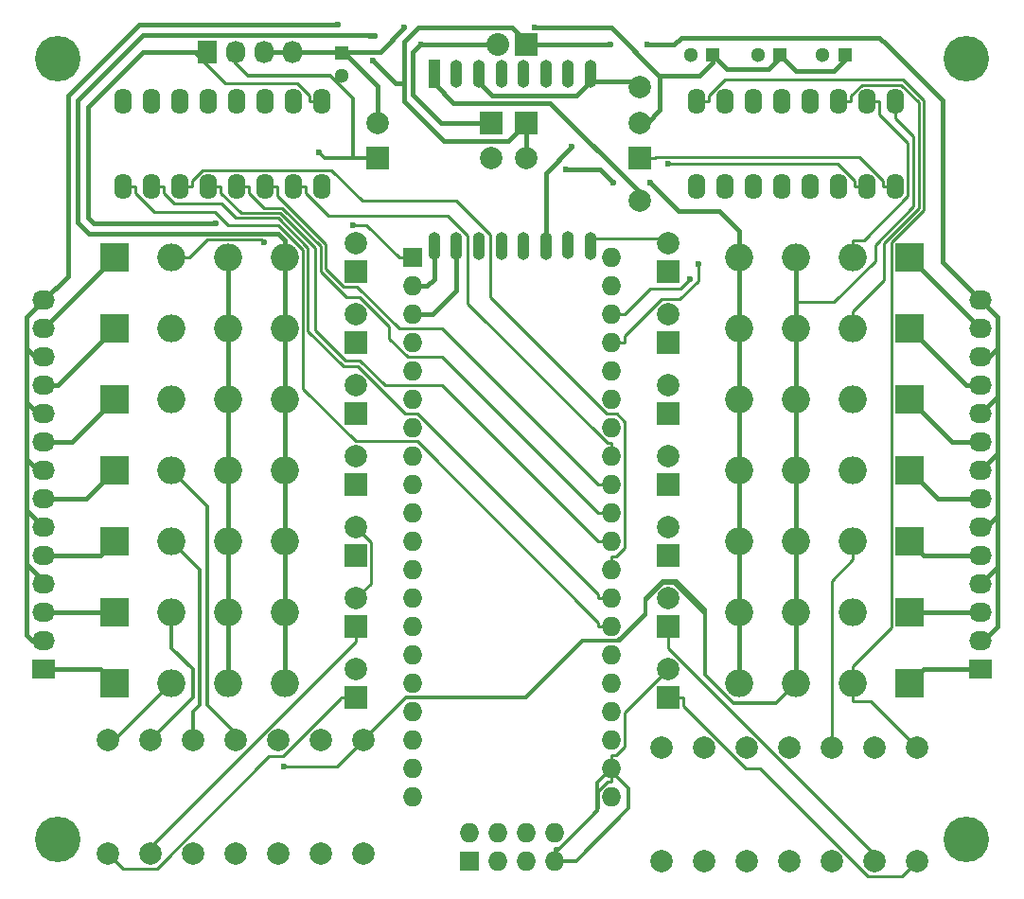
<source format=gtl>
G04 #@! TF.FileFunction,Copper,L1,Top,Signal*
%FSLAX46Y46*%
G04 Gerber Fmt 4.6, Leading zero omitted, Abs format (unit mm)*
G04 Created by KiCad (PCBNEW (2015-10-05 BZR 6247)-product) date Mon 12 Oct 2015 07:26:51 PM AWST*
%MOMM*%
G01*
G04 APERTURE LIST*
%ADD10C,0.100000*%
%ADD11C,4.064000*%
%ADD12R,1.727200X1.727200*%
%ADD13O,1.727200X1.727200*%
%ADD14C,1.998980*%
%ADD15R,1.998980X1.998980*%
%ADD16R,2.000000X2.000000*%
%ADD17C,2.000000*%
%ADD18R,2.032000X2.032000*%
%ADD19O,2.032000X2.032000*%
%ADD20R,1.727200X2.032000*%
%ADD21O,1.727200X2.032000*%
%ADD22R,2.032000X1.727200*%
%ADD23O,2.032000X1.727200*%
%ADD24O,1.600000X2.300000*%
%ADD25R,2.500000X2.500000*%
%ADD26O,2.500000X2.500000*%
%ADD27R,1.100000X2.500000*%
%ADD28O,1.100000X2.500000*%
%ADD29R,1.300000X1.300000*%
%ADD30C,1.300000*%
%ADD31C,0.600000*%
%ADD32C,0.400000*%
%ADD33C,0.300000*%
%ADD34C,0.250000*%
G04 APERTURE END LIST*
D10*
D11*
X148590000Y-78740000D03*
X148590000Y-148590000D03*
X229870000Y-148590000D03*
D12*
X180340000Y-96520000D03*
D13*
X198120000Y-96520000D03*
X180340000Y-99060000D03*
X198120000Y-99060000D03*
X180340000Y-101600000D03*
X198120000Y-101600000D03*
X180340000Y-104140000D03*
X198120000Y-104140000D03*
X180340000Y-106680000D03*
X198120000Y-106680000D03*
X180340000Y-109220000D03*
X198120000Y-109220000D03*
X180340000Y-111760000D03*
X198120000Y-111760000D03*
X180340000Y-114300000D03*
X198120000Y-114300000D03*
X180340000Y-116840000D03*
X198120000Y-116840000D03*
X180340000Y-119380000D03*
X198120000Y-119380000D03*
X180340000Y-121920000D03*
X198120000Y-121920000D03*
X180340000Y-124460000D03*
X198120000Y-124460000D03*
X180340000Y-127000000D03*
X198120000Y-127000000D03*
X180340000Y-129540000D03*
X198120000Y-129540000D03*
X180340000Y-132080000D03*
X198120000Y-132080000D03*
X180340000Y-134620000D03*
X198120000Y-134620000D03*
X180340000Y-137160000D03*
X198120000Y-137160000D03*
X180340000Y-139700000D03*
X198120000Y-139700000D03*
X180340000Y-142240000D03*
X198120000Y-142240000D03*
X180340000Y-144780000D03*
X198120000Y-144780000D03*
D14*
X177165000Y-84457540D03*
D15*
X187325000Y-84457540D03*
D14*
X187325000Y-87627460D03*
D15*
X177165000Y-87627460D03*
D14*
X200660000Y-84452460D03*
D15*
X190500000Y-84452460D03*
D14*
X190500000Y-87632540D03*
D15*
X200660000Y-87632540D03*
D16*
X203200000Y-135890000D03*
D17*
X203200000Y-133350000D03*
D16*
X203200000Y-129540000D03*
D17*
X203200000Y-127000000D03*
D16*
X203200000Y-123190000D03*
D17*
X203200000Y-120650000D03*
D16*
X203200000Y-116840000D03*
D17*
X203200000Y-114300000D03*
D16*
X203200000Y-110490000D03*
D17*
X203200000Y-107950000D03*
D16*
X203200000Y-104140000D03*
D17*
X203200000Y-101600000D03*
D16*
X203200000Y-97790000D03*
D17*
X203200000Y-95250000D03*
D16*
X175260000Y-135890000D03*
D17*
X175260000Y-133350000D03*
D16*
X175260000Y-129540000D03*
D17*
X175260000Y-127000000D03*
D16*
X175260000Y-123190000D03*
D17*
X175260000Y-120650000D03*
D16*
X175260000Y-116840000D03*
D17*
X175260000Y-114300000D03*
D16*
X175260000Y-110490000D03*
D17*
X175260000Y-107950000D03*
D16*
X175260000Y-104140000D03*
D17*
X175260000Y-101600000D03*
D16*
X175260000Y-97790000D03*
D17*
X175260000Y-95250000D03*
D18*
X190500000Y-77470000D03*
D19*
X187960000Y-77470000D03*
D12*
X185420000Y-150495000D03*
D13*
X185420000Y-147955000D03*
X187960000Y-150495000D03*
X187960000Y-147955000D03*
X190500000Y-150495000D03*
X190500000Y-147955000D03*
X193040000Y-150495000D03*
X193040000Y-147955000D03*
D20*
X161925000Y-78105000D03*
D21*
X164465000Y-78105000D03*
X167005000Y-78105000D03*
X169545000Y-78105000D03*
D22*
X147320000Y-133350000D03*
D23*
X147320000Y-130810000D03*
X147320000Y-128270000D03*
X147320000Y-125730000D03*
X147320000Y-123190000D03*
X147320000Y-120650000D03*
X147320000Y-118110000D03*
X147320000Y-115570000D03*
X147320000Y-113030000D03*
X147320000Y-110490000D03*
X147320000Y-107950000D03*
X147320000Y-105410000D03*
X147320000Y-102870000D03*
X147320000Y-100330000D03*
D22*
X231140000Y-133350000D03*
D23*
X231140000Y-130810000D03*
X231140000Y-128270000D03*
X231140000Y-125730000D03*
X231140000Y-123190000D03*
X231140000Y-120650000D03*
X231140000Y-118110000D03*
X231140000Y-115570000D03*
X231140000Y-113030000D03*
X231140000Y-110490000D03*
X231140000Y-107950000D03*
X231140000Y-105410000D03*
X231140000Y-102870000D03*
X231140000Y-100330000D03*
D14*
X200660000Y-81280000D03*
X200660000Y-91440000D03*
X225425000Y-140335000D03*
X225425000Y-150495000D03*
X221615000Y-140335000D03*
X221615000Y-150495000D03*
X217805000Y-140335000D03*
X217805000Y-150495000D03*
X213995000Y-140335000D03*
X213995000Y-150495000D03*
X210185000Y-140335000D03*
X210185000Y-150495000D03*
X206375000Y-140335000D03*
X206375000Y-150495000D03*
X202565000Y-140335000D03*
X202565000Y-150495000D03*
X153035000Y-139700000D03*
X153035000Y-149860000D03*
X156845000Y-139700000D03*
X156845000Y-149860000D03*
X160655000Y-139700000D03*
X160655000Y-149860000D03*
X164465000Y-139700000D03*
X164465000Y-149860000D03*
X168275000Y-139700000D03*
X168275000Y-149860000D03*
X172085000Y-139700000D03*
X172085000Y-149860000D03*
X175895000Y-139700000D03*
X175895000Y-149860000D03*
D24*
X154432000Y-90170000D03*
X156972000Y-90170000D03*
X159512000Y-90170000D03*
X162052000Y-90170000D03*
X164592000Y-90170000D03*
X167132000Y-90170000D03*
X169672000Y-90170000D03*
X172212000Y-90170000D03*
X172212000Y-82550000D03*
X169672000Y-82550000D03*
X167132000Y-82550000D03*
X164592000Y-82550000D03*
X162052000Y-82550000D03*
X159512000Y-82550000D03*
X156972000Y-82550000D03*
X154432000Y-82550000D03*
X205740000Y-90170000D03*
X208280000Y-90170000D03*
X210820000Y-90170000D03*
X213360000Y-90170000D03*
X215900000Y-90170000D03*
X218440000Y-90170000D03*
X220980000Y-90170000D03*
X223520000Y-90170000D03*
X223520000Y-82550000D03*
X220980000Y-82550000D03*
X218440000Y-82550000D03*
X215900000Y-82550000D03*
X213360000Y-82550000D03*
X210820000Y-82550000D03*
X208280000Y-82550000D03*
X205740000Y-82550000D03*
D25*
X224790000Y-109220000D03*
D26*
X219710000Y-109220000D03*
X214630000Y-109220000D03*
X209550000Y-109220000D03*
D25*
X153670000Y-102870000D03*
D26*
X158750000Y-102870000D03*
X163830000Y-102870000D03*
X168910000Y-102870000D03*
D25*
X153670000Y-96520000D03*
D26*
X158750000Y-96520000D03*
X163830000Y-96520000D03*
X168910000Y-96520000D03*
D25*
X224790000Y-134620000D03*
D26*
X219710000Y-134620000D03*
X214630000Y-134620000D03*
X209550000Y-134620000D03*
D25*
X224790000Y-102870000D03*
D26*
X219710000Y-102870000D03*
X214630000Y-102870000D03*
X209550000Y-102870000D03*
D25*
X224790000Y-128270000D03*
D26*
X219710000Y-128270000D03*
X214630000Y-128270000D03*
X209550000Y-128270000D03*
D25*
X224790000Y-121920000D03*
D26*
X219710000Y-121920000D03*
X214630000Y-121920000D03*
X209550000Y-121920000D03*
D25*
X224790000Y-115570000D03*
D26*
X219710000Y-115570000D03*
X214630000Y-115570000D03*
X209550000Y-115570000D03*
D25*
X153670000Y-134620000D03*
D26*
X158750000Y-134620000D03*
X163830000Y-134620000D03*
X168910000Y-134620000D03*
D25*
X153670000Y-128270000D03*
D26*
X158750000Y-128270000D03*
X163830000Y-128270000D03*
X168910000Y-128270000D03*
D25*
X153670000Y-121920000D03*
D26*
X158750000Y-121920000D03*
X163830000Y-121920000D03*
X168910000Y-121920000D03*
D25*
X153670000Y-115570000D03*
D26*
X158750000Y-115570000D03*
X163830000Y-115570000D03*
X168910000Y-115570000D03*
D25*
X153670000Y-109220000D03*
D26*
X158750000Y-109220000D03*
X163830000Y-109220000D03*
X168910000Y-109220000D03*
D25*
X224790000Y-96520000D03*
D26*
X219710000Y-96520000D03*
X214630000Y-96520000D03*
X209550000Y-96520000D03*
D27*
X182245000Y-80072000D03*
D28*
X184245000Y-80072000D03*
X186245000Y-80072000D03*
X188245000Y-80072000D03*
X190245000Y-80072000D03*
X192245000Y-80072000D03*
X194245000Y-80072000D03*
X196245000Y-80072000D03*
X196245000Y-95472000D03*
X194245000Y-95372000D03*
X192245000Y-95472000D03*
X190245000Y-95472000D03*
X188245000Y-95472000D03*
X186245000Y-95472000D03*
X184245000Y-95472000D03*
X182245000Y-95472000D03*
D11*
X229870000Y-78740000D03*
D29*
X207200000Y-78400000D03*
D30*
X205200000Y-78400000D03*
D29*
X174000000Y-78200000D03*
D30*
X174000000Y-80200000D03*
D29*
X213200000Y-78400000D03*
D30*
X211200000Y-78400000D03*
D29*
X219000000Y-78400000D03*
D30*
X217000000Y-78400000D03*
D31*
X179578000Y-75946000D03*
X191262000Y-75946000D03*
X194056000Y-88646000D03*
X198247000Y-89789000D03*
X201549000Y-89789000D03*
X176911000Y-76708000D03*
X181102000Y-77470000D03*
X171958000Y-87122000D03*
X173609000Y-75692000D03*
X176784000Y-78867000D03*
X201295000Y-77470000D03*
X197993000Y-77470000D03*
X162687000Y-93472000D03*
X168820000Y-141999000D03*
X175027200Y-93569800D03*
X167027300Y-95150200D03*
X194564000Y-86614000D03*
X203172000Y-88142400D03*
X205157000Y-98432700D03*
X205907000Y-97116400D03*
D32*
X213200000Y-78400000D02*
X213200000Y-78600000D01*
X213200000Y-78600000D02*
X212200000Y-79600000D01*
X208400000Y-79600000D02*
X207200000Y-78400000D01*
X212200000Y-79600000D02*
X208400000Y-79600000D01*
X219000000Y-78400000D02*
X219000000Y-78800000D01*
X219000000Y-78800000D02*
X218000000Y-79800000D01*
X218000000Y-79800000D02*
X214600000Y-79800000D01*
X214600000Y-79800000D02*
X213200000Y-78400000D01*
X207200000Y-78400000D02*
X207200000Y-79000000D01*
X207200000Y-79000000D02*
X206000000Y-80200000D01*
X206000000Y-80200000D02*
X202374000Y-80200000D01*
X177419000Y-78105000D02*
X174117000Y-78105000D01*
X179578000Y-75946000D02*
X177419000Y-78105000D01*
X198120000Y-75946000D02*
X191262000Y-75946000D01*
X202438000Y-80264000D02*
X202374000Y-80200000D01*
X202374000Y-80200000D02*
X198120000Y-75946000D01*
X202438000Y-83312000D02*
X202438000Y-80264000D01*
X201298000Y-84452500D02*
X202438000Y-83312000D01*
X200660000Y-84452500D02*
X201298000Y-84452500D01*
X169545000Y-78105000D02*
X167005000Y-78105000D01*
X174117000Y-78105000D02*
X169545000Y-78105000D01*
X177165000Y-81153000D02*
X174117000Y-78105000D01*
X177165000Y-84457500D02*
X177165000Y-81153000D01*
X176403000Y-76708000D02*
X176276000Y-76581000D01*
X197104000Y-88646000D02*
X194056000Y-88646000D01*
X198247000Y-89789000D02*
X197104000Y-88646000D01*
X204089000Y-92329000D02*
X201549000Y-89789000D01*
X207772000Y-92329000D02*
X204089000Y-92329000D01*
X209550000Y-94107000D02*
X207772000Y-92329000D01*
X209550000Y-96520000D02*
X209550000Y-94107000D01*
X181102000Y-77470000D02*
X180975000Y-77470000D01*
X209550000Y-96520000D02*
X209169000Y-96520000D01*
X168910000Y-102870000D02*
X168910000Y-96520000D01*
X168910000Y-109220000D02*
X168910000Y-102870000D01*
X168910000Y-115570000D02*
X168910000Y-109220000D01*
X168910000Y-121920000D02*
X168910000Y-115570000D01*
X168910000Y-128270000D02*
X168910000Y-121920000D01*
X168910000Y-134620000D02*
X168910000Y-128270000D01*
X209550000Y-102870000D02*
X209550000Y-96520000D01*
X209550000Y-109220000D02*
X209550000Y-102870000D01*
X209550000Y-115570000D02*
X209550000Y-109220000D01*
X209550000Y-121920000D02*
X209550000Y-115570000D01*
X209550000Y-128270000D02*
X209550000Y-121920000D01*
X209550000Y-134620000D02*
X209550000Y-128270000D01*
X182883000Y-84457500D02*
X187325000Y-84457500D01*
X180340000Y-81915000D02*
X182883000Y-84457500D01*
X180340000Y-78105000D02*
X180340000Y-81915000D01*
X180975000Y-77470000D02*
X180340000Y-78105000D01*
X175641000Y-76581000D02*
X176276000Y-76581000D01*
X176784000Y-76581000D02*
X176911000Y-76708000D01*
X176276000Y-76581000D02*
X176784000Y-76581000D01*
X156210000Y-76581000D02*
X175641000Y-76581000D01*
X150368000Y-82423000D02*
X156210000Y-76581000D01*
X150368000Y-93345000D02*
X150368000Y-82423000D01*
X151384000Y-94361000D02*
X150368000Y-93345000D01*
X168275000Y-94361000D02*
X151384000Y-94361000D01*
X168910000Y-94996000D02*
X168275000Y-94361000D01*
X168910000Y-96520000D02*
X168910000Y-94996000D01*
X175641000Y-76581000D02*
X176276000Y-76581000D01*
X176911000Y-76708000D02*
X176403000Y-76708000D01*
X176403000Y-76708000D02*
X176276000Y-76581000D01*
X187960000Y-77470000D02*
X181102000Y-77470000D01*
X181102000Y-77470000D02*
X180975000Y-77470000D01*
D33*
X164465000Y-78105000D02*
X164465000Y-79121000D01*
X164465000Y-79121000D02*
X165608000Y-80264000D01*
X165608000Y-80264000D02*
X172974000Y-80264000D01*
X172974000Y-80264000D02*
X175006000Y-82296000D01*
X175006000Y-82296000D02*
X175006000Y-87627460D01*
X172463460Y-87627460D02*
X175006000Y-87627460D01*
X175006000Y-87627460D02*
X177165000Y-87627460D01*
X171958000Y-87122000D02*
X172463460Y-87627460D01*
X194945000Y-150495000D02*
X193040000Y-150495000D01*
X199644000Y-145796000D02*
X194945000Y-150495000D01*
X199644000Y-144018000D02*
X199644000Y-145796000D01*
X198120000Y-142494000D02*
X199644000Y-144018000D01*
X198120000Y-142240000D02*
X198120000Y-142494000D01*
X196850000Y-146050000D02*
X196850000Y-145868000D01*
X193040000Y-149860000D02*
X196850000Y-146050000D01*
X193040000Y-150495000D02*
X193040000Y-149860000D01*
X196850000Y-143510000D02*
X198120000Y-142240000D01*
X196850000Y-145868000D02*
X196850000Y-143510000D01*
D34*
X202722000Y-94772000D02*
X203200000Y-95250000D01*
X196245000Y-94772000D02*
X202722000Y-94772000D01*
X176585000Y-121975000D02*
X175260000Y-120650000D01*
X176585000Y-125675000D02*
X176585000Y-121975000D01*
X175260000Y-127000000D02*
X176585000Y-125675000D01*
X199309000Y-137241000D02*
X203200000Y-133350000D01*
X199309000Y-140234000D02*
X199309000Y-137241000D01*
X198492000Y-141051000D02*
X199309000Y-140234000D01*
X198120000Y-141051000D02*
X198492000Y-141051000D01*
X198120000Y-142240000D02*
X198120000Y-141051000D01*
X201985000Y-87632500D02*
X200660000Y-87632500D01*
X202113000Y-87504400D02*
X201985000Y-87632500D01*
X220292000Y-87504400D02*
X202113000Y-87504400D01*
X222395000Y-89607400D02*
X220292000Y-87504400D01*
X222395000Y-90170000D02*
X222395000Y-89607400D01*
X223520000Y-90170000D02*
X222395000Y-90170000D01*
X196931000Y-145787000D02*
X196850000Y-145868000D01*
X196931000Y-144246000D02*
X196931000Y-145787000D01*
X197748000Y-143429000D02*
X196931000Y-144246000D01*
X198120000Y-143429000D02*
X197748000Y-143429000D01*
X198120000Y-142240000D02*
X198120000Y-143429000D01*
X193040000Y-149306000D02*
X193040000Y-150495000D01*
X193412000Y-149306000D02*
X193040000Y-149306000D01*
X196850000Y-145868000D02*
X193412000Y-149306000D01*
D32*
X208400000Y-76800000D02*
X222088000Y-76800000D01*
X222088000Y-76800000D02*
X222758000Y-77470000D01*
X203000000Y-77470000D02*
X203730000Y-77470000D01*
X204400000Y-76800000D02*
X208400000Y-76800000D01*
X203730000Y-77470000D02*
X204400000Y-76800000D01*
X149479000Y-98171000D02*
X147320000Y-100330000D01*
X149479000Y-82042000D02*
X149479000Y-98171000D01*
X155829000Y-75692000D02*
X149479000Y-82042000D01*
X173609000Y-75692000D02*
X155829000Y-75692000D01*
X178816000Y-80899000D02*
X176784000Y-78867000D01*
X179578000Y-80899000D02*
X178816000Y-80899000D01*
X190500000Y-77470000D02*
X197993000Y-77470000D01*
X227711000Y-96901000D02*
X231140000Y-100330000D01*
X222758000Y-77470000D02*
X227711000Y-82423000D01*
X227711000Y-82423000D02*
X227711000Y-96901000D01*
X201295000Y-77470000D02*
X203000000Y-77470000D01*
X231648000Y-120650000D02*
X232664000Y-119634000D01*
X231140000Y-120650000D02*
X231648000Y-120650000D01*
X231140000Y-115570000D02*
X232664000Y-114046000D01*
X231902000Y-105410000D02*
X232664000Y-104648000D01*
X231140000Y-105410000D02*
X231902000Y-105410000D01*
X146812000Y-115570000D02*
X145796000Y-114554000D01*
X147320000Y-115570000D02*
X146812000Y-115570000D01*
X147320000Y-125476000D02*
X145796000Y-123952000D01*
X147320000Y-125730000D02*
X147320000Y-125476000D01*
X146812000Y-110490000D02*
X145796000Y-109474000D01*
X147320000Y-110490000D02*
X146812000Y-110490000D01*
X146558000Y-105410000D02*
X145796000Y-104648000D01*
X147320000Y-105410000D02*
X146558000Y-105410000D01*
X190500000Y-84452500D02*
X190500000Y-87632500D01*
X179578000Y-77216000D02*
X179578000Y-80899000D01*
X180848000Y-75946000D02*
X179578000Y-77216000D01*
X189230000Y-75946000D02*
X180848000Y-75946000D01*
X190500000Y-77216000D02*
X189230000Y-75946000D01*
X190500000Y-77470000D02*
X190500000Y-77216000D01*
X188846000Y-86106000D02*
X190500000Y-84452500D01*
X183134000Y-86106000D02*
X188846000Y-86106000D01*
X179578000Y-82550000D02*
X183134000Y-86106000D01*
X179578000Y-80899000D02*
X179578000Y-82550000D01*
X145796000Y-101854000D02*
X147320000Y-100330000D01*
X145796000Y-104648000D02*
X145796000Y-101854000D01*
X145796000Y-109474000D02*
X145796000Y-104648000D01*
X145796000Y-130302000D02*
X145796000Y-123952000D01*
X146304000Y-130810000D02*
X145796000Y-130302000D01*
X147320000Y-130810000D02*
X146304000Y-130810000D01*
X232664000Y-101854000D02*
X231140000Y-100330000D01*
X232664000Y-104648000D02*
X232664000Y-101854000D01*
X232664000Y-108966000D02*
X232664000Y-104648000D01*
X232664000Y-109220000D02*
X232664000Y-108966000D01*
X232664000Y-114046000D02*
X232664000Y-109220000D01*
X232664000Y-119634000D02*
X232664000Y-114046000D01*
X232664000Y-124206000D02*
X232664000Y-119634000D01*
X232664000Y-129540000D02*
X232664000Y-124460000D01*
X231394000Y-130810000D02*
X232664000Y-129540000D01*
X231140000Y-130810000D02*
X231394000Y-130810000D01*
X232664000Y-124460000D02*
X232664000Y-124206000D01*
X231140000Y-125730000D02*
X232664000Y-124206000D01*
X232664000Y-124206000D02*
X232664000Y-124460000D01*
X231140000Y-110490000D02*
X232664000Y-108966000D01*
X232664000Y-108966000D02*
X232664000Y-109220000D01*
X147320000Y-120650000D02*
X145796000Y-119126000D01*
X145796000Y-119126000D02*
X145796000Y-119380000D01*
X145796000Y-123952000D02*
X145796000Y-119380000D01*
X145796000Y-119380000D02*
X145796000Y-119126000D01*
X145796000Y-119126000D02*
X145796000Y-114554000D01*
X145796000Y-114554000D02*
X145796000Y-109474000D01*
D34*
X224073000Y-151847000D02*
X225425000Y-150495000D01*
X221031000Y-151847000D02*
X224073000Y-151847000D01*
X211379000Y-142196000D02*
X221031000Y-151847000D01*
X210109000Y-142196000D02*
X211379000Y-142196000D01*
X204525000Y-136611000D02*
X210109000Y-142196000D01*
X204525000Y-135890000D02*
X204525000Y-136611000D01*
X203200000Y-135890000D02*
X204525000Y-135890000D01*
X203200000Y-131476000D02*
X203200000Y-129540000D01*
X221615000Y-149890000D02*
X203200000Y-131476000D01*
X221615000Y-150495000D02*
X221615000Y-149890000D01*
X154379000Y-151204000D02*
X153035000Y-149860000D01*
X157437000Y-151204000D02*
X154379000Y-151204000D01*
X167499000Y-141142000D02*
X157437000Y-151204000D01*
X168769000Y-141142000D02*
X167499000Y-141142000D01*
X173935000Y-135976000D02*
X168769000Y-141142000D01*
X173935000Y-135890000D02*
X173935000Y-135976000D01*
X175260000Y-135890000D02*
X173935000Y-135890000D01*
X156845000Y-149256000D02*
X156845000Y-149860000D01*
X175236000Y-130865000D02*
X156845000Y-149256000D01*
X175260000Y-130865000D02*
X175236000Y-130865000D01*
X175260000Y-129540000D02*
X175260000Y-130865000D01*
D32*
X152400000Y-133350000D02*
X153670000Y-134620000D01*
X147320000Y-133350000D02*
X152400000Y-133350000D01*
D33*
X153670000Y-139700000D02*
X158750000Y-134620000D01*
X153035000Y-139700000D02*
X153670000Y-139700000D01*
D32*
X163830000Y-102870000D02*
X163830000Y-96520000D01*
X163830000Y-109220000D02*
X163830000Y-102870000D01*
X163830000Y-115570000D02*
X163830000Y-109220000D01*
X163830000Y-121920000D02*
X163830000Y-115570000D01*
X163830000Y-128270000D02*
X163830000Y-121920000D01*
X214630000Y-134620000D02*
X214630000Y-128270000D01*
X214630000Y-121920000D02*
X214630000Y-128270000D01*
X214630000Y-115570000D02*
X214630000Y-121920000D01*
X214630000Y-109220000D02*
X214630000Y-115570000D01*
X214630000Y-102870000D02*
X214630000Y-109220000D01*
X163830000Y-134620000D02*
X163830000Y-128270000D01*
D34*
X173596000Y-141999000D02*
X175895000Y-139700000D01*
X168820000Y-141999000D02*
X173596000Y-141999000D01*
X195510000Y-130810000D02*
X198544000Y-130810000D01*
X190430000Y-135890000D02*
X195510000Y-130810000D01*
X179705000Y-135890000D02*
X190430000Y-135890000D01*
X218028000Y-100488000D02*
X214630000Y-100488000D01*
X221712000Y-96803900D02*
X218028000Y-100488000D01*
X221712000Y-95342200D02*
X221712000Y-96803900D01*
X225143000Y-91911100D02*
X221712000Y-95342200D01*
X225143000Y-85647900D02*
X225143000Y-91911100D01*
X223520000Y-84025300D02*
X225143000Y-85647900D01*
X223520000Y-82550000D02*
X223520000Y-84025300D01*
D32*
X214630000Y-96520000D02*
X214630000Y-100488000D01*
X214630000Y-100488000D02*
X214630000Y-102870000D01*
D33*
X175895000Y-139700000D02*
X179705000Y-135890000D01*
X179705000Y-135890000D02*
X190430000Y-135890000D01*
X190430000Y-135890000D02*
X195510000Y-130810000D01*
X195510000Y-130810000D02*
X198544000Y-130810000D01*
X201168000Y-128524000D02*
X201168000Y-127144000D01*
X198882000Y-130810000D02*
X201168000Y-128524000D01*
X198544000Y-130810000D02*
X198882000Y-130810000D01*
D34*
X201153000Y-127159000D02*
X201168000Y-127144000D01*
X201153000Y-128200000D02*
X201153000Y-127159000D01*
X198544000Y-130810000D02*
X201153000Y-128200000D01*
D33*
X206474000Y-127988000D02*
X206474000Y-128386000D01*
X203962000Y-125476000D02*
X206474000Y-127988000D01*
X202692000Y-125476000D02*
X203962000Y-125476000D01*
X201168000Y-127000000D02*
X202692000Y-125476000D01*
X201168000Y-127144000D02*
X201168000Y-127000000D01*
D34*
X203738000Y-125650000D02*
X206474000Y-128386000D01*
X202662000Y-125650000D02*
X203738000Y-125650000D01*
X201168000Y-127144000D02*
X202662000Y-125650000D01*
X206474000Y-128386000D02*
X206474000Y-133811000D01*
D33*
X206474000Y-128386000D02*
X206474000Y-133811000D01*
X212852000Y-136398000D02*
X214630000Y-134620000D01*
X209062000Y-136398000D02*
X212852000Y-136398000D01*
X206474000Y-133811000D02*
X209062000Y-136398000D01*
D32*
X161925000Y-78105000D02*
X160800200Y-78105000D01*
D34*
X171086700Y-81987400D02*
X171086700Y-82550000D01*
X169973600Y-80874300D02*
X171086700Y-81987400D01*
X163569500Y-80874300D02*
X169973600Y-80874300D01*
X160800200Y-78105000D02*
X163569500Y-80874300D01*
X172212000Y-82550000D02*
X171086700Y-82550000D01*
D32*
X151765000Y-93472000D02*
X162687000Y-93472000D01*
X151257000Y-92964000D02*
X151765000Y-93472000D01*
X151257000Y-83058000D02*
X151257000Y-92964000D01*
X156210000Y-78105000D02*
X151257000Y-83058000D01*
X160800200Y-78105000D02*
X156210000Y-78105000D01*
D34*
X176200900Y-93569800D02*
X179151100Y-96520000D01*
X175027200Y-93569800D02*
X176200900Y-93569800D01*
X180340000Y-96520000D02*
X179151100Y-96520000D01*
D32*
X147320000Y-128270000D02*
X153670000Y-128270000D01*
D33*
X158750000Y-131445000D02*
X158750000Y-128270000D01*
X160655000Y-133350000D02*
X158750000Y-131445000D01*
X160655000Y-135890000D02*
X160655000Y-133350000D01*
X156845000Y-139700000D02*
X160655000Y-135890000D01*
D32*
X152400000Y-123190000D02*
X153670000Y-121920000D01*
X147320000Y-123190000D02*
X152400000Y-123190000D01*
D33*
X161290000Y-124460000D02*
X158750000Y-121920000D01*
X161290000Y-136525000D02*
X161290000Y-124460000D01*
X160655000Y-137160000D02*
X161290000Y-136525000D01*
X160655000Y-139700000D02*
X160655000Y-137160000D01*
X158750000Y-121920000D02*
X158488000Y-121920000D01*
D32*
X151130000Y-118110000D02*
X153670000Y-115570000D01*
X147320000Y-118110000D02*
X151130000Y-118110000D01*
D33*
X161925000Y-118745000D02*
X158750000Y-115570000D01*
X161925000Y-136525000D02*
X161925000Y-118745000D01*
X164465000Y-139065000D02*
X161925000Y-136525000D01*
X164465000Y-139700000D02*
X164465000Y-139065000D01*
D32*
X149860000Y-113030000D02*
X153670000Y-109220000D01*
X147320000Y-113030000D02*
X149860000Y-113030000D01*
X148590000Y-107950000D02*
X153670000Y-102870000D01*
X147320000Y-107950000D02*
X148590000Y-107950000D01*
X147320000Y-102870000D02*
X153670000Y-96520000D01*
D34*
X166763500Y-94886400D02*
X167027300Y-95150200D01*
X161958900Y-94886400D02*
X166763500Y-94886400D01*
X160325300Y-96520000D02*
X161958900Y-94886400D01*
X158750000Y-96520000D02*
X160325300Y-96520000D01*
D32*
X226060000Y-133350000D02*
X224790000Y-134620000D01*
X231140000Y-133350000D02*
X226060000Y-133350000D01*
D34*
X221285000Y-136195000D02*
X225425000Y-140335000D01*
X219710000Y-136195000D02*
X221285000Y-136195000D01*
X219710000Y-134620000D02*
X219710000Y-136195000D01*
X206865000Y-82550000D02*
X205740000Y-82550000D01*
X206865000Y-81987300D02*
X206865000Y-82550000D01*
X208301000Y-80551800D02*
X206865000Y-81987300D01*
X224202000Y-80551800D02*
X208301000Y-80551800D01*
X226043000Y-82393000D02*
X224202000Y-80551800D01*
X226043000Y-92284300D02*
X226043000Y-82393000D01*
X223170000Y-95157500D02*
X226043000Y-92284300D01*
X223170000Y-129585000D02*
X223170000Y-95157500D01*
X219710000Y-133045000D02*
X223170000Y-129585000D01*
X219710000Y-134620000D02*
X219710000Y-133045000D01*
D32*
X231140000Y-128270000D02*
X224790000Y-128270000D01*
X226060000Y-123190000D02*
X224790000Y-121920000D01*
X231140000Y-123190000D02*
X226060000Y-123190000D01*
D34*
X217805000Y-125400000D02*
X217805000Y-140335000D01*
X219710000Y-123495000D02*
X217805000Y-125400000D01*
X219710000Y-121920000D02*
X219710000Y-123495000D01*
D32*
X227330000Y-118110000D02*
X224790000Y-115570000D01*
X231140000Y-118110000D02*
X227330000Y-118110000D01*
X228600000Y-113030000D02*
X224790000Y-109220000D01*
X231140000Y-113030000D02*
X228600000Y-113030000D01*
X229870000Y-107950000D02*
X224790000Y-102870000D01*
X231140000Y-107950000D02*
X229870000Y-107950000D01*
D34*
X219565000Y-82550000D02*
X218440000Y-82550000D01*
X219565000Y-81987400D02*
X219565000Y-82550000D01*
X220512000Y-81041200D02*
X219565000Y-81987400D01*
X224004000Y-81041200D02*
X220512000Y-81041200D01*
X225593000Y-82629600D02*
X224004000Y-81041200D01*
X225593000Y-92097700D02*
X225593000Y-82629600D01*
X222456000Y-95234600D02*
X225593000Y-92097700D01*
X222456000Y-98548700D02*
X222456000Y-95234600D01*
X219710000Y-101295000D02*
X222456000Y-98548700D01*
X219710000Y-102870000D02*
X219710000Y-101295000D01*
D32*
X231140000Y-102870000D02*
X224790000Y-96520000D01*
D34*
X219710000Y-94944700D02*
X219710000Y-96520000D01*
X220695000Y-94944700D02*
X219710000Y-94944700D01*
X224645000Y-90994000D02*
X220695000Y-94944700D01*
X224645000Y-86215300D02*
X224645000Y-90994000D01*
X222105000Y-83675300D02*
X224645000Y-86215300D01*
X222105000Y-82550000D02*
X222105000Y-83675300D01*
X220980000Y-82550000D02*
X222105000Y-82550000D01*
D32*
X192245000Y-88933000D02*
X194564000Y-86614000D01*
X192245000Y-94772000D02*
X192245000Y-88933000D01*
X194975000Y-82042000D02*
X196245000Y-80772000D01*
X187452000Y-82042000D02*
X194975000Y-82042000D01*
X186245000Y-80835000D02*
X187452000Y-82042000D01*
X186245000Y-80772000D02*
X186245000Y-80835000D01*
X200152000Y-80772000D02*
X200660000Y-81280000D01*
X196245000Y-80772000D02*
X200152000Y-80772000D01*
X200660000Y-81280000D02*
X199898000Y-81280000D01*
X200660000Y-90678000D02*
X200660000Y-91440000D01*
X192624000Y-82642000D02*
X200660000Y-90678000D01*
X183988000Y-82642000D02*
X192624000Y-82642000D01*
X182245000Y-80899000D02*
X183988000Y-82642000D01*
X182245000Y-80772000D02*
X182245000Y-80899000D01*
D34*
X218378000Y-88142400D02*
X203172000Y-88142400D01*
X219855000Y-89619400D02*
X218378000Y-88142400D01*
X219855000Y-90170000D02*
X219855000Y-89619400D01*
X220980000Y-90170000D02*
X219855000Y-90170000D01*
D32*
X182245000Y-98425000D02*
X182245000Y-94772000D01*
X181610000Y-99060000D02*
X182245000Y-98425000D01*
X180340000Y-99060000D02*
X181610000Y-99060000D01*
X184245000Y-99473000D02*
X184245000Y-94772000D01*
X182118000Y-101600000D02*
X184245000Y-99473000D01*
X180340000Y-101600000D02*
X182118000Y-101600000D01*
D34*
X204302000Y-99288600D02*
X205157000Y-98432700D01*
X201620000Y-99288600D02*
X204302000Y-99288600D01*
X199309000Y-101600000D02*
X201620000Y-99288600D01*
X198120000Y-101600000D02*
X199309000Y-101600000D01*
X205907000Y-98567500D02*
X205907000Y-97116400D01*
X204244000Y-100231000D02*
X205907000Y-98567500D01*
X202624000Y-100231000D02*
X204244000Y-100231000D01*
X199309000Y-103546000D02*
X202624000Y-100231000D01*
X199309000Y-104140000D02*
X199309000Y-103546000D01*
X198120000Y-104140000D02*
X199309000Y-104140000D01*
X197748500Y-113111100D02*
X198120000Y-113111100D01*
X185245000Y-100607600D02*
X197748500Y-113111100D01*
X185245000Y-94533600D02*
X185245000Y-100607600D01*
X183476000Y-92764600D02*
X185245000Y-94533600D01*
X172829300Y-92764600D02*
X183476000Y-92764600D01*
X170797300Y-90732600D02*
X172829300Y-92764600D01*
X170797300Y-90170000D02*
X170797300Y-90732600D01*
X169672000Y-90170000D02*
X170797300Y-90170000D01*
X198120000Y-114300000D02*
X198120000Y-113111100D01*
X167132000Y-90170000D02*
X168257300Y-90170000D01*
X198120000Y-116840000D02*
X196931100Y-116840000D01*
X168257300Y-91018100D02*
X168257300Y-90170000D01*
X172544600Y-95305400D02*
X168257300Y-91018100D01*
X172544600Y-97534700D02*
X172544600Y-95305400D01*
X174125200Y-99115300D02*
X172544600Y-97534700D01*
X175350900Y-99115300D02*
X174125200Y-99115300D01*
X179105600Y-102870000D02*
X175350900Y-99115300D01*
X182961100Y-102870000D02*
X179105600Y-102870000D01*
X196931100Y-116840000D02*
X182961100Y-102870000D01*
X164592000Y-90170000D02*
X165717300Y-90170000D01*
X198120000Y-119380000D02*
X196931100Y-119380000D01*
X165717300Y-90707400D02*
X165717300Y-90170000D01*
X167076300Y-92066400D02*
X165717300Y-90707400D01*
X168668700Y-92066400D02*
X167076300Y-92066400D01*
X172094300Y-95492000D02*
X168668700Y-92066400D01*
X172094300Y-97721300D02*
X172094300Y-95492000D01*
X174390100Y-100017100D02*
X172094300Y-97721300D01*
X175611300Y-100017100D02*
X174390100Y-100017100D01*
X178231500Y-102637300D02*
X175611300Y-100017100D01*
X178231500Y-103738700D02*
X178231500Y-102637300D01*
X179902800Y-105410000D02*
X178231500Y-103738700D01*
X182961100Y-105410000D02*
X179902800Y-105410000D01*
X196931100Y-119380000D02*
X182961100Y-105410000D01*
X162052000Y-90170000D02*
X163177300Y-90170000D01*
X198120000Y-121920000D02*
X196931100Y-121920000D01*
X163177300Y-90732600D02*
X163177300Y-90170000D01*
X164961400Y-92516700D02*
X163177300Y-90732600D01*
X168482100Y-92516700D02*
X164961400Y-92516700D01*
X171644000Y-95678600D02*
X168482100Y-92516700D01*
X171644000Y-103031600D02*
X171644000Y-95678600D01*
X174286000Y-105673600D02*
X171644000Y-103031600D01*
X175622000Y-105673600D02*
X174286000Y-105673600D01*
X177898400Y-107950000D02*
X175622000Y-105673600D01*
X182961100Y-107950000D02*
X177898400Y-107950000D01*
X196931100Y-121920000D02*
X182961100Y-107950000D01*
X198489500Y-123271100D02*
X198120000Y-123271100D01*
X199312400Y-122448200D02*
X198489500Y-123271100D01*
X199312400Y-111197800D02*
X199312400Y-122448200D01*
X198604600Y-110490000D02*
X199312400Y-111197800D01*
X197698900Y-110490000D02*
X198604600Y-110490000D01*
X187245000Y-100036100D02*
X197698900Y-110490000D01*
X187245000Y-94490400D02*
X187245000Y-100036100D01*
X184182100Y-91427500D02*
X187245000Y-94490400D01*
X175812500Y-91427500D02*
X184182100Y-91427500D01*
X173067300Y-88682300D02*
X175812500Y-91427500D01*
X161562400Y-88682300D02*
X173067300Y-88682300D01*
X160637300Y-89607400D02*
X161562400Y-88682300D01*
X160637300Y-90170000D02*
X160637300Y-89607400D01*
X159512000Y-90170000D02*
X160637300Y-90170000D01*
X198120000Y-124460000D02*
X198120000Y-123271100D01*
X196931100Y-126628500D02*
X196931100Y-127000000D01*
X180726700Y-110424100D02*
X196931100Y-126628500D01*
X179634500Y-110424100D02*
X180726700Y-110424100D01*
X175425400Y-106215000D02*
X179634500Y-110424100D01*
X174135200Y-106215000D02*
X175425400Y-106215000D01*
X170968700Y-103048500D02*
X174135200Y-106215000D01*
X170968700Y-95640200D02*
X170968700Y-103048500D01*
X168295600Y-92967100D02*
X170968700Y-95640200D01*
X164515100Y-92967100D02*
X168295600Y-92967100D01*
X163196000Y-91648000D02*
X164515100Y-92967100D01*
X159012600Y-91648000D02*
X163196000Y-91648000D01*
X158097300Y-90732700D02*
X159012600Y-91648000D01*
X158097300Y-90170000D02*
X158097300Y-90732700D01*
X156972000Y-90170000D02*
X158097300Y-90170000D01*
X198120000Y-127000000D02*
X196931100Y-127000000D01*
X196931100Y-129168500D02*
X196931100Y-129540000D01*
X180711600Y-112949000D02*
X196931100Y-129168500D01*
X175229600Y-112949000D02*
X180711600Y-112949000D01*
X170518300Y-108237700D02*
X175229600Y-112949000D01*
X170518300Y-95826700D02*
X170518300Y-108237700D01*
X168267900Y-93576300D02*
X170518300Y-95826700D01*
X163785600Y-93576300D02*
X168267900Y-93576300D01*
X162629300Y-92420000D02*
X163785600Y-93576300D01*
X157244700Y-92420000D02*
X162629300Y-92420000D01*
X155557300Y-90732600D02*
X157244700Y-92420000D01*
X155557300Y-90170000D02*
X155557300Y-90732600D01*
X154432000Y-90170000D02*
X155557300Y-90170000D01*
X198120000Y-129540000D02*
X196931100Y-129540000D01*
M02*

</source>
